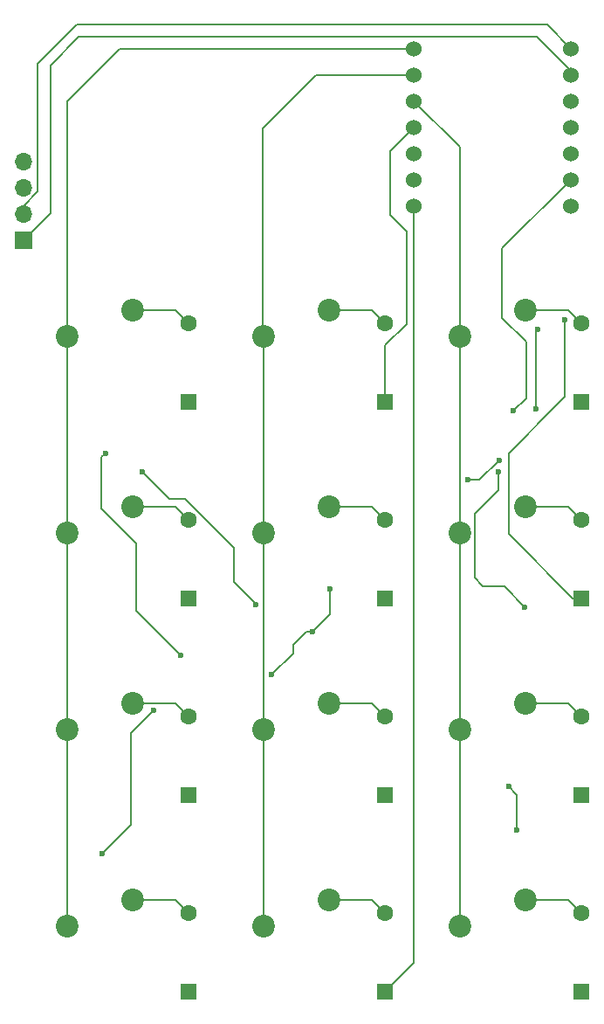
<source format=gbr>
%TF.GenerationSoftware,KiCad,Pcbnew,9.0.6*%
%TF.CreationDate,2026-01-12T21:07:24-05:00*%
%TF.ProjectId,BioPad,42696f50-6164-42e6-9b69-6361645f7063,rev?*%
%TF.SameCoordinates,Original*%
%TF.FileFunction,Copper,L2,Bot*%
%TF.FilePolarity,Positive*%
%FSLAX46Y46*%
G04 Gerber Fmt 4.6, Leading zero omitted, Abs format (unit mm)*
G04 Created by KiCad (PCBNEW 9.0.6) date 2026-01-12 21:07:24*
%MOMM*%
%LPD*%
G01*
G04 APERTURE LIST*
G04 Aperture macros list*
%AMRoundRect*
0 Rectangle with rounded corners*
0 $1 Rounding radius*
0 $2 $3 $4 $5 $6 $7 $8 $9 X,Y pos of 4 corners*
0 Add a 4 corners polygon primitive as box body*
4,1,4,$2,$3,$4,$5,$6,$7,$8,$9,$2,$3,0*
0 Add four circle primitives for the rounded corners*
1,1,$1+$1,$2,$3*
1,1,$1+$1,$4,$5*
1,1,$1+$1,$6,$7*
1,1,$1+$1,$8,$9*
0 Add four rect primitives between the rounded corners*
20,1,$1+$1,$2,$3,$4,$5,0*
20,1,$1+$1,$4,$5,$6,$7,0*
20,1,$1+$1,$6,$7,$8,$9,0*
20,1,$1+$1,$8,$9,$2,$3,0*%
G04 Aperture macros list end*
%TA.AperFunction,ComponentPad*%
%ADD10C,2.200000*%
%TD*%
%TA.AperFunction,ComponentPad*%
%ADD11C,1.524000*%
%TD*%
%TA.AperFunction,ComponentPad*%
%ADD12R,1.700000X1.700000*%
%TD*%
%TA.AperFunction,ComponentPad*%
%ADD13O,1.700000X1.700000*%
%TD*%
%TA.AperFunction,ComponentPad*%
%ADD14RoundRect,0.250000X0.550000X-0.550000X0.550000X0.550000X-0.550000X0.550000X-0.550000X-0.550000X0*%
%TD*%
%TA.AperFunction,ComponentPad*%
%ADD15C,1.600000*%
%TD*%
%TA.AperFunction,ViaPad*%
%ADD16C,0.600000*%
%TD*%
%TA.AperFunction,Conductor*%
%ADD17C,0.200000*%
%TD*%
G04 APERTURE END LIST*
D10*
%TO.P,SW2,1,1*%
%TO.N,Net-(D10-A)*%
X185315000Y-94770000D03*
%TO.P,SW2,2,2*%
%TO.N,Col_1*%
X178965000Y-97310000D03*
%TD*%
%TO.P,SW1,1,1*%
%TO.N,Net-(D11-A)*%
X185315000Y-75720000D03*
%TO.P,SW1,2,2*%
%TO.N,Col_1*%
X178965000Y-78260000D03*
%TD*%
%TO.P,SW10,1,1*%
%TO.N,Net-(D8-A)*%
X223415000Y-94770000D03*
%TO.P,SW10,2,2*%
%TO.N,Col_3*%
X217065000Y-97310000D03*
%TD*%
D11*
%TO.P,U1,1,GPIO26/ADC0/A0*%
%TO.N,Col_1*%
X212635000Y-50405000D03*
%TO.P,U1,2,GPIO27/ADC1/A1*%
%TO.N,Col_2*%
X212635000Y-52945000D03*
%TO.P,U1,3,GPIO28/ADC2/A2*%
%TO.N,Col_3*%
X212635000Y-55485000D03*
%TO.P,U1,4,GPIO29/ADC3/A3*%
%TO.N,Row_1*%
X212635000Y-58025000D03*
%TO.P,U1,5,GPIO6/SDA*%
%TO.N,SDA*%
X212635000Y-60565000D03*
%TO.P,U1,6,GPIO7/SCL*%
%TO.N,SCL*%
X212635000Y-63105000D03*
%TO.P,U1,7,GPIO0/TX*%
%TO.N,Row_4*%
X212635000Y-65645000D03*
%TO.P,U1,8,GPIO1/RX*%
%TO.N,unconnected-(U1-GPIO1{slash}RX-Pad8)*%
X227875000Y-65645000D03*
%TO.P,U1,9,GPIO2/SCK*%
%TO.N,Row_3*%
X227875000Y-63105000D03*
%TO.P,U1,10,GPIO4/MISO*%
%TO.N,Row_2*%
X227875000Y-60565000D03*
%TO.P,U1,11,GPIO3/MOSI*%
%TO.N,NeoPixel_Input*%
X227875000Y-58025000D03*
%TO.P,U1,12,3V3*%
%TO.N,unconnected-(U1-3V3-Pad12)*%
X227875000Y-55485000D03*
%TO.P,U1,13,GND*%
%TO.N,GND*%
X227875000Y-52945000D03*
%TO.P,U1,14,VBUS*%
%TO.N,+5V*%
X227875000Y-50405000D03*
%TD*%
D10*
%TO.P,SW11,1,1*%
%TO.N,Net-(D7-A)*%
X223415000Y-113820000D03*
%TO.P,SW11,2,2*%
%TO.N,Col_3*%
X217065000Y-116360000D03*
%TD*%
D12*
%TO.P,J1,1,Pin_1*%
%TO.N,GND*%
X174725000Y-69005000D03*
D13*
%TO.P,J1,2,Pin_2*%
%TO.N,+5V*%
X174725000Y-66464999D03*
%TO.P,J1,3,Pin_3*%
%TO.N,SCL*%
X174725000Y-63925000D03*
%TO.P,J1,4,Pin_4*%
%TO.N,SDA*%
X174725000Y-61385000D03*
%TD*%
D10*
%TO.P,SW9,1,1*%
%TO.N,Net-(D13-A)*%
X223415000Y-75720000D03*
%TO.P,SW9,2,2*%
%TO.N,Col_3*%
X217065000Y-78260000D03*
%TD*%
%TO.P,SW6,1,1*%
%TO.N,Net-(D9-A)*%
X204365000Y-94770000D03*
%TO.P,SW6,2,2*%
%TO.N,Col_2*%
X198015000Y-97310000D03*
%TD*%
%TO.P,SW8,1,1*%
%TO.N,Net-(D3-A)*%
X204369000Y-132870000D03*
%TO.P,SW8,2,2*%
%TO.N,Col_2*%
X198019000Y-135410000D03*
%TD*%
%TO.P,SW12,1,1*%
%TO.N,Net-(D2-A)*%
X223419000Y-132870000D03*
%TO.P,SW12,2,2*%
%TO.N,Col_3*%
X217069000Y-135410000D03*
%TD*%
%TO.P,SW7,1,1*%
%TO.N,Net-(D6-A)*%
X204365000Y-113820000D03*
%TO.P,SW7,2,2*%
%TO.N,Col_2*%
X198015000Y-116360000D03*
%TD*%
%TO.P,SW5,1,1*%
%TO.N,Net-(D12-A)*%
X204365000Y-75720000D03*
%TO.P,SW5,2,2*%
%TO.N,Col_2*%
X198015000Y-78260000D03*
%TD*%
%TO.P,SW4,1,1*%
%TO.N,Net-(D4-A)*%
X185319000Y-132870000D03*
%TO.P,SW4,2,2*%
%TO.N,Col_1*%
X178969000Y-135410000D03*
%TD*%
%TO.P,SW3,1,1*%
%TO.N,Net-(D5-A)*%
X185315000Y-113820000D03*
%TO.P,SW3,2,2*%
%TO.N,Col_1*%
X178965000Y-116360000D03*
%TD*%
D14*
%TO.P,D7,1,K*%
%TO.N,Row_3*%
X228900000Y-122710000D03*
D15*
%TO.P,D7,2,A*%
%TO.N,Net-(D7-A)*%
X228900000Y-115090000D03*
%TD*%
D14*
%TO.P,D6,1,K*%
%TO.N,Row_3*%
X209850000Y-122710000D03*
D15*
%TO.P,D6,2,A*%
%TO.N,Net-(D6-A)*%
X209850000Y-115090000D03*
%TD*%
D14*
%TO.P,D4,1,K*%
%TO.N,Row_4*%
X190804000Y-141760000D03*
D15*
%TO.P,D4,2,A*%
%TO.N,Net-(D4-A)*%
X190804000Y-134140000D03*
%TD*%
D14*
%TO.P,D9,1,K*%
%TO.N,Row_2*%
X209850000Y-103660000D03*
D15*
%TO.P,D9,2,A*%
%TO.N,Net-(D9-A)*%
X209850000Y-96040000D03*
%TD*%
D14*
%TO.P,D10,1,K*%
%TO.N,Row_2*%
X190800000Y-103660000D03*
D15*
%TO.P,D10,2,A*%
%TO.N,Net-(D10-A)*%
X190800000Y-96040000D03*
%TD*%
D14*
%TO.P,D5,1,K*%
%TO.N,Row_3*%
X190800000Y-122710000D03*
D15*
%TO.P,D5,2,A*%
%TO.N,Net-(D5-A)*%
X190800000Y-115090000D03*
%TD*%
D14*
%TO.P,D3,1,K*%
%TO.N,Row_4*%
X209854000Y-141760000D03*
D15*
%TO.P,D3,2,A*%
%TO.N,Net-(D3-A)*%
X209854000Y-134140000D03*
%TD*%
D14*
%TO.P,D2,1,K*%
%TO.N,Row_4*%
X228904000Y-141760000D03*
D15*
%TO.P,D2,2,A*%
%TO.N,Net-(D2-A)*%
X228904000Y-134140000D03*
%TD*%
D14*
%TO.P,D13,1,K*%
%TO.N,Row_1*%
X228900000Y-84610000D03*
D15*
%TO.P,D13,2,A*%
%TO.N,Net-(D13-A)*%
X228900000Y-76990000D03*
%TD*%
D14*
%TO.P,D8,1,K*%
%TO.N,Row_2*%
X228900000Y-103660000D03*
D15*
%TO.P,D8,2,A*%
%TO.N,Net-(D8-A)*%
X228900000Y-96040000D03*
%TD*%
D14*
%TO.P,D11,1,K*%
%TO.N,Row_1*%
X190800000Y-84610000D03*
D15*
%TO.P,D11,2,A*%
%TO.N,Net-(D11-A)*%
X190800000Y-76990000D03*
%TD*%
D14*
%TO.P,D12,1,K*%
%TO.N,Row_1*%
X209850000Y-84610000D03*
D15*
%TO.P,D12,2,A*%
%TO.N,Net-(D12-A)*%
X209850000Y-76990000D03*
%TD*%
D16*
%TO.N,GND*%
X190000000Y-109200000D03*
X182700000Y-89600000D03*
X182400000Y-128400000D03*
X187400000Y-114500000D03*
%TO.N,+5V*%
X198800000Y-111100000D03*
X221800000Y-121900000D03*
X222600000Y-126100000D03*
X217900000Y-92200000D03*
X220900000Y-90300000D03*
X204500000Y-102800000D03*
X202800000Y-106900000D03*
%TO.N,NeoPixel_Input*%
X224600000Y-77600000D03*
X224500000Y-85300000D03*
%TO.N,Row_3*%
X223400000Y-104500000D03*
X222300000Y-85500000D03*
X220800000Y-91400000D03*
%TO.N,Row_2*%
X227300000Y-76700000D03*
%TO.N,Net-(D14-DOUT)*%
X186300000Y-91400000D03*
X197300000Y-104300000D03*
%TD*%
D17*
%TO.N,GND*%
X177375000Y-66355000D02*
X174725000Y-69005000D01*
X227875000Y-52945000D02*
X227875000Y-52555000D01*
X182300000Y-90000000D02*
X182700000Y-89600000D01*
X190000000Y-109200000D02*
X185700000Y-104900000D01*
X185700000Y-104900000D02*
X185700000Y-98400000D01*
X185200000Y-125600000D02*
X185200000Y-116700000D01*
X177375000Y-52005000D02*
X177375000Y-66355000D01*
X180125000Y-49255000D02*
X177375000Y-52005000D01*
X182300000Y-95000000D02*
X182300000Y-92900000D01*
X185200000Y-116700000D02*
X187400000Y-114500000D01*
X182300000Y-92900000D02*
X182300000Y-90000000D01*
X224575000Y-49255000D02*
X180125000Y-49255000D01*
X185700000Y-98400000D02*
X182300000Y-95000000D01*
X182400000Y-128400000D02*
X185200000Y-125600000D01*
X227875000Y-52555000D02*
X224575000Y-49255000D01*
%TO.N,+5V*%
X222600000Y-122700000D02*
X222600000Y-126100000D01*
X219000000Y-92200000D02*
X220900000Y-90300000D01*
X176125000Y-64255000D02*
X176125000Y-51905000D01*
X174725000Y-66464999D02*
X174725000Y-65655000D01*
X202200000Y-106900000D02*
X200900000Y-108200000D01*
X179925000Y-48105000D02*
X225575000Y-48105000D01*
X225575000Y-48105000D02*
X227875000Y-50405000D01*
X204500000Y-105200000D02*
X202800000Y-106900000D01*
X200900000Y-109000000D02*
X200900000Y-108200000D01*
X204500000Y-102800000D02*
X204500000Y-105200000D01*
X174725000Y-65655000D02*
X176125000Y-64255000D01*
X217900000Y-92200000D02*
X219000000Y-92200000D01*
X176125000Y-51905000D02*
X179925000Y-48105000D01*
X221800000Y-121900000D02*
X222600000Y-122700000D01*
X202200000Y-106900000D02*
X202800000Y-106900000D01*
X198800000Y-111100000D02*
X200900000Y-109000000D01*
%TO.N,NeoPixel_Input*%
X224500000Y-85300000D02*
X224500000Y-77700000D01*
X224500000Y-77700000D02*
X224600000Y-77600000D01*
%TO.N,Row_4*%
X209854000Y-141760000D02*
X212635000Y-138979000D01*
X212635000Y-138979000D02*
X212635000Y-65645000D01*
%TO.N,Net-(D2-A)*%
X223419000Y-132870000D02*
X227634000Y-132870000D01*
X227634000Y-132870000D02*
X228904000Y-134140000D01*
%TO.N,Net-(D3-A)*%
X208584000Y-132870000D02*
X209854000Y-134140000D01*
X204369000Y-132870000D02*
X208584000Y-132870000D01*
%TO.N,Net-(D4-A)*%
X189534000Y-132870000D02*
X190804000Y-134140000D01*
X185319000Y-132870000D02*
X189534000Y-132870000D01*
%TO.N,Row_3*%
X218500000Y-95500000D02*
X220800000Y-93200000D01*
X223500000Y-84300000D02*
X223500000Y-78800000D01*
X222300000Y-85500000D02*
X223500000Y-84300000D01*
X220800000Y-93200000D02*
X220800000Y-91400000D01*
X221200000Y-76500000D02*
X221200000Y-69780000D01*
X218500000Y-96700000D02*
X218500000Y-95500000D01*
X219300000Y-102500000D02*
X218500000Y-101700000D01*
X221400000Y-102500000D02*
X219300000Y-102500000D01*
X223500000Y-78800000D02*
X221200000Y-76500000D01*
X221200000Y-69780000D02*
X227875000Y-63105000D01*
X223400000Y-104500000D02*
X221400000Y-102500000D01*
X218500000Y-101700000D02*
X218500000Y-96700000D01*
%TO.N,Net-(D5-A)*%
X189530000Y-113820000D02*
X190800000Y-115090000D01*
X185315000Y-113820000D02*
X189530000Y-113820000D01*
%TO.N,Net-(D6-A)*%
X208580000Y-113820000D02*
X209850000Y-115090000D01*
X204365000Y-113820000D02*
X208580000Y-113820000D01*
%TO.N,Net-(D7-A)*%
X227630000Y-113820000D02*
X228900000Y-115090000D01*
X223415000Y-113820000D02*
X227630000Y-113820000D01*
%TO.N,Row_2*%
X221800000Y-97400000D02*
X221800000Y-92600000D01*
X221800000Y-92600000D02*
X221800000Y-89600000D01*
X227300000Y-84100000D02*
X227300000Y-76700000D01*
X222100000Y-97700000D02*
X221800000Y-97400000D01*
X221800000Y-89600000D02*
X226500000Y-84900000D01*
X228060000Y-103660000D02*
X222100000Y-97700000D01*
X226500000Y-84900000D02*
X227300000Y-84100000D01*
X228900000Y-103660000D02*
X228060000Y-103660000D01*
%TO.N,Net-(D8-A)*%
X227630000Y-94770000D02*
X228900000Y-96040000D01*
X223415000Y-94770000D02*
X227630000Y-94770000D01*
%TO.N,Net-(D9-A)*%
X204365000Y-94770000D02*
X208580000Y-94770000D01*
X208580000Y-94770000D02*
X209850000Y-96040000D01*
%TO.N,Net-(D10-A)*%
X185315000Y-94770000D02*
X189530000Y-94770000D01*
X189530000Y-94770000D02*
X190800000Y-96040000D01*
%TO.N,Net-(D11-A)*%
X185315000Y-75720000D02*
X189530000Y-75720000D01*
X189530000Y-75720000D02*
X190800000Y-76990000D01*
%TO.N,Row_1*%
X210300000Y-66500000D02*
X210300000Y-60360000D01*
X210300000Y-60360000D02*
X212635000Y-58025000D01*
X209850000Y-84610000D02*
X209850000Y-79150000D01*
X211900000Y-68100000D02*
X210300000Y-66500000D01*
X211900000Y-77100000D02*
X211900000Y-68100000D01*
X209850000Y-79150000D02*
X211900000Y-77100000D01*
%TO.N,Net-(D12-A)*%
X208580000Y-75720000D02*
X209850000Y-76990000D01*
X204365000Y-75720000D02*
X208580000Y-75720000D01*
%TO.N,Net-(D13-A)*%
X223415000Y-75720000D02*
X227630000Y-75720000D01*
X227630000Y-75720000D02*
X228900000Y-76990000D01*
%TO.N,Net-(D14-DOUT)*%
X195200000Y-98800000D02*
X195200000Y-102100000D01*
X188900000Y-94000000D02*
X190400000Y-94000000D01*
X195200000Y-102100000D02*
X197300000Y-104200000D01*
X197300000Y-104200000D02*
X197300000Y-104300000D01*
X186300000Y-91400000D02*
X188900000Y-94000000D01*
X190400000Y-94000000D02*
X195200000Y-98800000D01*
%TO.N,Col_1*%
X178965000Y-135406000D02*
X178969000Y-135410000D01*
X212630000Y-50400000D02*
X212635000Y-50405000D01*
X178965000Y-116360000D02*
X178965000Y-135406000D01*
X178965000Y-55535000D02*
X184100000Y-50400000D01*
X178965000Y-97310000D02*
X178965000Y-116360000D01*
X178965000Y-78260000D02*
X178965000Y-55535000D01*
X178965000Y-78260000D02*
X178965000Y-97310000D01*
X184100000Y-50400000D02*
X212630000Y-50400000D01*
%TO.N,Col_2*%
X198000000Y-58100000D02*
X203155000Y-52945000D01*
X198015000Y-116360000D02*
X198015000Y-97310000D01*
X203155000Y-52945000D02*
X212635000Y-52945000D01*
X198019000Y-135410000D02*
X198019000Y-116364000D01*
X198019000Y-116364000D02*
X198015000Y-116360000D01*
X198015000Y-97310000D02*
X198015000Y-78260000D01*
X198000000Y-78245000D02*
X198000000Y-58100000D01*
X198015000Y-78260000D02*
X198000000Y-78245000D01*
%TO.N,Col_3*%
X217065000Y-78260000D02*
X217065000Y-97310000D01*
X212635000Y-55485000D02*
X217065000Y-59915000D01*
X217065000Y-116360000D02*
X217069000Y-116364000D01*
X217069000Y-116364000D02*
X217069000Y-135410000D01*
X217065000Y-59915000D02*
X217065000Y-78260000D01*
X217065000Y-97310000D02*
X217065000Y-116360000D01*
%TD*%
M02*

</source>
